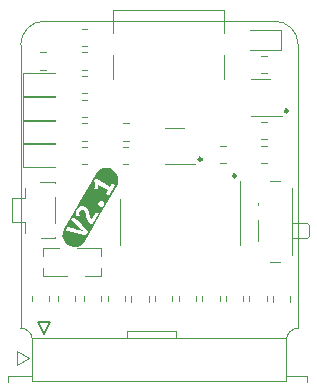
<source format=gbr>
G04 #@! TF.GenerationSoftware,KiCad,Pcbnew,6.0.10+dfsg-1~bpo11+1*
G04 #@! TF.ProjectId,project,70726f6a-6563-4742-9e6b-696361645f70,rev?*
G04 #@! TF.SameCoordinates,Original*
G04 #@! TF.FileFunction,Legend,Top*
G04 #@! TF.FilePolarity,Positive*
%FSLAX46Y46*%
G04 Gerber Fmt 4.6, Leading zero omitted, Abs format (unit mm)*
%MOMM*%
%LPD*%
G01*
G04 APERTURE LIST*
%ADD10C,0.200000*%
%ADD11C,0.275000*%
G04 #@! TA.AperFunction,Profile*
%ADD12C,0.100000*%
G04 #@! TD*
%ADD13C,0.120000*%
%ADD14C,0.150000*%
%ADD15R,0.600000X0.450000*%
%ADD16C,0.900000*%
%ADD17R,1.500000X0.700000*%
%ADD18R,0.800000X1.000000*%
%ADD19C,0.650000*%
%ADD20R,0.600000X1.450000*%
%ADD21R,0.300000X1.450000*%
%ADD22O,1.000000X2.100000*%
%ADD23O,1.000000X1.600000*%
%ADD24C,0.600000*%
%ADD25R,0.700000X0.450000*%
G04 APERTURE END LIST*
D10*
X102500000Y-121475000D02*
X102000000Y-122475000D01*
D11*
X115337500Y-107700000D02*
G75*
G03*
X115337500Y-107700000I-137500J0D01*
G01*
D10*
X101500000Y-121475000D02*
X102500000Y-121475000D01*
D11*
X122637500Y-103600000D02*
G75*
G03*
X122637500Y-103600000I-137500J0D01*
G01*
D10*
X102000000Y-122475000D02*
X101500000Y-121475000D01*
D11*
X118237500Y-109100000D02*
G75*
G03*
X118237500Y-109100000I-137500J0D01*
G01*
D12*
X122500000Y-126475000D02*
X101000000Y-126475000D01*
X123500000Y-98000000D02*
X123500000Y-122000000D01*
X100000000Y-98000000D02*
X100000000Y-122000000D01*
X101000000Y-126475000D02*
X101000000Y-123000000D01*
X123500000Y-98000000D02*
G75*
G03*
X121500000Y-96000000I-2000000J0D01*
G01*
X123500000Y-122000000D02*
G75*
G03*
X122500000Y-123000000I0J-1000000D01*
G01*
X122500000Y-126475000D02*
X122500000Y-123000000D01*
X102000000Y-96000000D02*
X121500000Y-96000000D01*
X101000000Y-123000000D02*
G75*
G03*
X100000000Y-122000000I-1000000J0D01*
G01*
X102000000Y-96000000D02*
G75*
G03*
X100000000Y-98000000I0J-2000000D01*
G01*
D13*
X112835000Y-119727064D02*
X112835000Y-119272936D01*
X111365000Y-119727064D02*
X111365000Y-119272936D01*
X109127064Y-108110000D02*
X108672936Y-108110000D01*
X109127064Y-106640000D02*
X108672936Y-106640000D01*
X109365000Y-119238748D02*
X109365000Y-119761252D01*
X110835000Y-119238748D02*
X110835000Y-119761252D01*
X104635000Y-119272936D02*
X104635000Y-119727064D01*
X103165000Y-119272936D02*
X103165000Y-119727064D01*
X102161252Y-98640000D02*
X101638748Y-98640000D01*
X102161252Y-100110000D02*
X101638748Y-100110000D01*
X100215000Y-100415000D02*
X100215000Y-102335000D01*
X102900000Y-100415000D02*
X100215000Y-100415000D01*
X100215000Y-102335000D02*
X102900000Y-102335000D01*
X102900000Y-102415000D02*
X100215000Y-102415000D01*
X100215000Y-104335000D02*
X102900000Y-104335000D01*
X100215000Y-102415000D02*
X100215000Y-104335000D01*
X120338748Y-106540000D02*
X120861252Y-106540000D01*
X120338748Y-108010000D02*
X120861252Y-108010000D01*
X118835000Y-119727064D02*
X118835000Y-119272936D01*
X117365000Y-119727064D02*
X117365000Y-119272936D01*
X118560000Y-112975000D02*
X118560000Y-109525000D01*
X118560000Y-112975000D02*
X118560000Y-114925000D01*
X108440000Y-112975000D02*
X108440000Y-114925000D01*
X108440000Y-112975000D02*
X108440000Y-111025000D01*
X116838748Y-108010000D02*
X117361252Y-108010000D01*
X116838748Y-106540000D02*
X117361252Y-106540000D01*
X105172936Y-98640000D02*
X105627064Y-98640000D01*
X105172936Y-100110000D02*
X105627064Y-100110000D01*
X122000000Y-96725000D02*
X119450000Y-96725000D01*
X122000000Y-98425000D02*
X122000000Y-96725000D01*
X122000000Y-98425000D02*
X119450000Y-98425000D01*
X105172936Y-104110000D02*
X105627064Y-104110000D01*
X105172936Y-102640000D02*
X105627064Y-102640000D01*
X105172936Y-96640000D02*
X105627064Y-96640000D01*
X105172936Y-98110000D02*
X105627064Y-98110000D01*
X120300000Y-100915000D02*
X119500000Y-100915000D01*
X120300000Y-100915000D02*
X121100000Y-100915000D01*
X120300000Y-104035000D02*
X122100000Y-104035000D01*
X120300000Y-104035000D02*
X119500000Y-104035000D01*
X105172936Y-106640000D02*
X105627064Y-106640000D01*
X105172936Y-108110000D02*
X105627064Y-108110000D01*
X113000000Y-108135000D02*
X112200000Y-108135000D01*
X113000000Y-105015000D02*
X112200000Y-105015000D01*
X113000000Y-105015000D02*
X113800000Y-105015000D01*
X113000000Y-108135000D02*
X114800000Y-108135000D01*
X124222000Y-114375000D02*
X124432000Y-114175000D01*
X121922000Y-109525000D02*
X121132000Y-109525000D01*
X124222000Y-113075000D02*
X124432000Y-113275000D01*
X120082000Y-114575000D02*
X120082000Y-112875000D01*
X122932000Y-114375000D02*
X124222000Y-114375000D01*
X124432000Y-114175000D02*
X124432000Y-113275000D01*
X122932000Y-115825000D02*
X122932000Y-110125000D01*
X121132000Y-116425000D02*
X121922000Y-116425000D01*
X120082000Y-111575000D02*
X120082000Y-111375000D01*
X124222000Y-113075000D02*
X122932000Y-113075000D01*
X100215000Y-106415000D02*
X100215000Y-108335000D01*
X102900000Y-106415000D02*
X100215000Y-106415000D01*
X100215000Y-108335000D02*
X102900000Y-108335000D01*
X109161252Y-106110000D02*
X108638748Y-106110000D01*
X109161252Y-104640000D02*
X108638748Y-104640000D01*
X102900000Y-104415000D02*
X100215000Y-104415000D01*
X100215000Y-106335000D02*
X102900000Y-106335000D01*
X100215000Y-104415000D02*
X100215000Y-106335000D01*
X105172936Y-100640000D02*
X105627064Y-100640000D01*
X105172936Y-102110000D02*
X105627064Y-102110000D01*
X117200000Y-96975000D02*
X117200000Y-95075000D01*
X117200000Y-95075000D02*
X107800000Y-95075000D01*
X117200000Y-100875000D02*
X117200000Y-98875000D01*
X107800000Y-96975000D02*
X107800000Y-95075000D01*
X107800000Y-100875000D02*
X107800000Y-98875000D01*
X102435000Y-119272936D02*
X102435000Y-119727064D01*
X100965000Y-119272936D02*
X100965000Y-119727064D01*
X122835000Y-119761252D02*
X122835000Y-119238748D01*
X121365000Y-119761252D02*
X121365000Y-119238748D01*
X99305500Y-113000000D02*
X99305500Y-111000000D01*
X99305500Y-111000000D02*
X100405500Y-111000000D01*
X100405500Y-111000000D02*
X100405500Y-110100000D01*
X102905500Y-114400000D02*
X102905500Y-114300000D01*
X100405500Y-113000000D02*
X99305500Y-113000000D01*
X100405500Y-113900000D02*
X100405500Y-113000000D01*
X102905500Y-109600000D02*
X102905500Y-109700000D01*
X102905500Y-113100000D02*
X102905500Y-110900000D01*
X102905500Y-114400000D02*
X101705500Y-114400000D01*
X102905500Y-109600000D02*
X101605500Y-109600000D01*
X105172936Y-104640000D02*
X105627064Y-104640000D01*
X105172936Y-106110000D02*
X105627064Y-106110000D01*
X107365000Y-119727064D02*
X107365000Y-119272936D01*
X108835000Y-119727064D02*
X108835000Y-119272936D01*
X119365000Y-119272936D02*
X119365000Y-119727064D01*
X120835000Y-119272936D02*
X120835000Y-119727064D01*
G36*
X105663705Y-114204897D02*
G01*
X105423397Y-114621123D01*
X105423281Y-114621323D01*
X105307919Y-114782312D01*
X105163365Y-114917702D01*
X104995176Y-115022288D01*
X104809814Y-115092053D01*
X104614404Y-115124315D01*
X104416454Y-115117835D01*
X104223572Y-115072862D01*
X104043170Y-114991123D01*
X103882182Y-114875760D01*
X103746793Y-114731206D01*
X103642206Y-114563016D01*
X103572441Y-114377655D01*
X103540178Y-114182245D01*
X103546658Y-113984296D01*
X103591632Y-113791413D01*
X103638427Y-113688136D01*
X103807416Y-113688136D01*
X103958123Y-113738254D01*
X104149457Y-113795791D01*
X104293868Y-113836751D01*
X104444901Y-113877970D01*
X104602556Y-113919449D01*
X104764119Y-113960331D01*
X104926876Y-113999765D01*
X105090826Y-114037748D01*
X105325778Y-114089191D01*
X105536993Y-114131740D01*
X105713404Y-113826187D01*
X105611769Y-113706201D01*
X105506575Y-113585587D01*
X105397822Y-113464343D01*
X105287399Y-113344452D01*
X105177191Y-113227893D01*
X105067198Y-113114666D01*
X104905143Y-112952936D01*
X104748638Y-112802429D01*
X104601419Y-112665705D01*
X104467221Y-112545320D01*
X104288032Y-112855684D01*
X104400639Y-112949569D01*
X104529714Y-113059378D01*
X104668436Y-113179567D01*
X104809979Y-113304594D01*
X104951034Y-113432547D01*
X105088295Y-113561518D01*
X105214937Y-113685960D01*
X105324135Y-113800333D01*
X105168508Y-113762209D01*
X104996294Y-113715310D01*
X104815278Y-113662127D01*
X104633245Y-113605149D01*
X104453978Y-113546158D01*
X104281259Y-113486939D01*
X104123221Y-113429378D01*
X103987995Y-113375364D01*
X103807416Y-113688136D01*
X103638427Y-113688136D01*
X103673372Y-113611012D01*
X103673487Y-113610812D01*
X104399688Y-112352994D01*
X104679309Y-112352994D01*
X104707223Y-112507450D01*
X104998865Y-112480149D01*
X104973298Y-112263289D01*
X105024348Y-112097080D01*
X105154235Y-111986013D01*
X105326930Y-112011936D01*
X105428747Y-112130066D01*
X105493380Y-112318154D01*
X105521273Y-112428891D01*
X105549395Y-112546176D01*
X105582027Y-112666066D01*
X105623453Y-112784616D01*
X105676657Y-112898739D01*
X105744627Y-113005347D01*
X105831214Y-113099848D01*
X105940274Y-113177650D01*
X105990104Y-113208024D01*
X106053725Y-113236735D01*
X106614906Y-112264741D01*
X106369501Y-112123056D01*
X106000011Y-112763033D01*
X105935200Y-112691932D01*
X105885211Y-112581269D01*
X105847859Y-112457051D01*
X105820963Y-112345285D01*
X105771508Y-112153130D01*
X105704096Y-111969853D01*
X105610205Y-111812993D01*
X105478910Y-111698694D01*
X105270225Y-111629536D01*
X105076966Y-111655898D01*
X104911449Y-111759227D01*
X104783582Y-111919580D01*
X104723207Y-112051933D01*
X104686543Y-112198781D01*
X104679309Y-112352994D01*
X104399688Y-112352994D01*
X104933970Y-111427590D01*
X106581763Y-111427590D01*
X106583075Y-111519774D01*
X106621456Y-111606091D01*
X106701261Y-111676225D01*
X106804307Y-111711660D01*
X106899454Y-111702435D01*
X106981146Y-111658174D01*
X107042810Y-111584707D01*
X107073595Y-111403591D01*
X106949903Y-111245565D01*
X106756013Y-111220235D01*
X106614555Y-111337454D01*
X106581763Y-111427590D01*
X104933970Y-111427590D01*
X106044424Y-109504228D01*
X106222996Y-109504228D01*
X106257097Y-109661857D01*
X106270091Y-109839377D01*
X106266887Y-110017170D01*
X106249992Y-110174227D01*
X106550959Y-110219674D01*
X106576747Y-110038880D01*
X106580237Y-109835590D01*
X107412687Y-110316205D01*
X107232109Y-110628975D01*
X107477514Y-110770660D01*
X107999801Y-109866031D01*
X107754397Y-109724347D01*
X107583542Y-110020276D01*
X106339677Y-109302131D01*
X106222996Y-109504228D01*
X106044424Y-109504228D01*
X106376603Y-108928877D01*
X106376719Y-108928677D01*
X106492081Y-108767688D01*
X106636635Y-108632298D01*
X106804824Y-108527712D01*
X106990186Y-108457947D01*
X107185596Y-108425685D01*
X107383546Y-108432165D01*
X107576428Y-108477138D01*
X107756830Y-108558877D01*
X107917818Y-108674240D01*
X108053207Y-108818794D01*
X108157794Y-108986984D01*
X108227559Y-109172345D01*
X108259822Y-109367755D01*
X108253342Y-109565704D01*
X108208368Y-109758587D01*
X108126628Y-109938988D01*
X108126513Y-109939188D01*
X107143056Y-111642585D01*
X106741617Y-112337898D01*
X105663705Y-114204897D01*
G37*
X106835000Y-119727064D02*
X106835000Y-119272936D01*
X105365000Y-119727064D02*
X105365000Y-119272936D01*
X116835000Y-119727064D02*
X116835000Y-119272936D01*
X115365000Y-119727064D02*
X115365000Y-119272936D01*
X101870000Y-117560000D02*
X103900000Y-117560000D01*
X103280000Y-115240000D02*
X101870000Y-115240000D01*
X101870000Y-117560000D02*
X101870000Y-116900000D01*
X101870000Y-115900000D02*
X101870000Y-115240000D01*
X105420000Y-117560000D02*
X106830000Y-117560000D01*
X106830000Y-115240000D02*
X104800000Y-115240000D01*
X106830000Y-115240000D02*
X106830000Y-115900000D01*
X106830000Y-116900000D02*
X106830000Y-117560000D01*
X120861252Y-100410000D02*
X120338748Y-100410000D01*
X120861252Y-98940000D02*
X120338748Y-98940000D01*
X120338748Y-104540000D02*
X120861252Y-104540000D01*
X120338748Y-106010000D02*
X120861252Y-106010000D01*
X124200000Y-126050000D02*
X122450000Y-126050000D01*
X99700000Y-125150000D02*
X99700000Y-123950000D01*
X113140000Y-122250000D02*
X113140000Y-122850000D01*
X99700000Y-123950000D02*
X100700000Y-124550000D01*
X124200000Y-126050000D02*
X124200000Y-126550000D01*
X109000000Y-122250000D02*
X113140000Y-122250000D01*
X100950000Y-122800000D02*
X100950000Y-126050000D01*
X100700000Y-124550000D02*
X99700000Y-125150000D01*
X100950000Y-122800000D02*
X122450000Y-122800000D01*
X98950000Y-126050000D02*
X100950000Y-126050000D01*
X109000000Y-122850000D02*
X109000000Y-122250000D01*
X122450000Y-122800000D02*
X122450000Y-126050000D01*
X98950000Y-126050000D02*
X98950000Y-126550000D01*
X114835000Y-119727064D02*
X114835000Y-119272936D01*
X113365000Y-119727064D02*
X113365000Y-119272936D01*
%LPC*%
D14*
X107500000Y-97375000D02*
X117500000Y-97375000D01*
X117500000Y-97375000D02*
X117500000Y-98475000D01*
X117500000Y-98475000D02*
X107500000Y-98475000D01*
X107500000Y-98475000D02*
X107500000Y-97375000D01*
G36*
X107500000Y-97375000D02*
G01*
X117500000Y-97375000D01*
X117500000Y-98475000D01*
X107500000Y-98475000D01*
X107500000Y-97375000D01*
G37*
G36*
G01*
X112550000Y-120925000D02*
X111650000Y-120925000D01*
G75*
G02*
X111400000Y-120675000I0J250000D01*
G01*
X111400000Y-120150000D01*
G75*
G02*
X111650000Y-119900000I250000J0D01*
G01*
X112550000Y-119900000D01*
G75*
G02*
X112800000Y-120150000I0J-250000D01*
G01*
X112800000Y-120675000D01*
G75*
G02*
X112550000Y-120925000I-250000J0D01*
G01*
G37*
G36*
G01*
X112550000Y-119100000D02*
X111650000Y-119100000D01*
G75*
G02*
X111400000Y-118850000I0J250000D01*
G01*
X111400000Y-118325000D01*
G75*
G02*
X111650000Y-118075000I250000J0D01*
G01*
X112550000Y-118075000D01*
G75*
G02*
X112800000Y-118325000I0J-250000D01*
G01*
X112800000Y-118850000D01*
G75*
G02*
X112550000Y-119100000I-250000J0D01*
G01*
G37*
G36*
G01*
X110325000Y-106925000D02*
X110325000Y-107825000D01*
G75*
G02*
X110075000Y-108075000I-250000J0D01*
G01*
X109550000Y-108075000D01*
G75*
G02*
X109300000Y-107825000I0J250000D01*
G01*
X109300000Y-106925000D01*
G75*
G02*
X109550000Y-106675000I250000J0D01*
G01*
X110075000Y-106675000D01*
G75*
G02*
X110325000Y-106925000I0J-250000D01*
G01*
G37*
G36*
G01*
X108500000Y-106925000D02*
X108500000Y-107825000D01*
G75*
G02*
X108250000Y-108075000I-250000J0D01*
G01*
X107725000Y-108075000D01*
G75*
G02*
X107475000Y-107825000I0J250000D01*
G01*
X107475000Y-106925000D01*
G75*
G02*
X107725000Y-106675000I250000J0D01*
G01*
X108250000Y-106675000D01*
G75*
G02*
X108500000Y-106925000I0J-250000D01*
G01*
G37*
G36*
G01*
X109625000Y-118050000D02*
X110575000Y-118050000D01*
G75*
G02*
X110825000Y-118300000I0J-250000D01*
G01*
X110825000Y-118800000D01*
G75*
G02*
X110575000Y-119050000I-250000J0D01*
G01*
X109625000Y-119050000D01*
G75*
G02*
X109375000Y-118800000I0J250000D01*
G01*
X109375000Y-118300000D01*
G75*
G02*
X109625000Y-118050000I250000J0D01*
G01*
G37*
G36*
G01*
X109625000Y-119950000D02*
X110575000Y-119950000D01*
G75*
G02*
X110825000Y-120200000I0J-250000D01*
G01*
X110825000Y-120700000D01*
G75*
G02*
X110575000Y-120950000I-250000J0D01*
G01*
X109625000Y-120950000D01*
G75*
G02*
X109375000Y-120700000I0J250000D01*
G01*
X109375000Y-120200000D01*
G75*
G02*
X109625000Y-119950000I250000J0D01*
G01*
G37*
G36*
G01*
X103450000Y-118075000D02*
X104350000Y-118075000D01*
G75*
G02*
X104600000Y-118325000I0J-250000D01*
G01*
X104600000Y-118850000D01*
G75*
G02*
X104350000Y-119100000I-250000J0D01*
G01*
X103450000Y-119100000D01*
G75*
G02*
X103200000Y-118850000I0J250000D01*
G01*
X103200000Y-118325000D01*
G75*
G02*
X103450000Y-118075000I250000J0D01*
G01*
G37*
G36*
G01*
X103450000Y-119900000D02*
X104350000Y-119900000D01*
G75*
G02*
X104600000Y-120150000I0J-250000D01*
G01*
X104600000Y-120675000D01*
G75*
G02*
X104350000Y-120925000I-250000J0D01*
G01*
X103450000Y-120925000D01*
G75*
G02*
X103200000Y-120675000I0J250000D01*
G01*
X103200000Y-120150000D01*
G75*
G02*
X103450000Y-119900000I250000J0D01*
G01*
G37*
G36*
G01*
X103350000Y-98900000D02*
X103350000Y-99850000D01*
G75*
G02*
X103100000Y-100100000I-250000J0D01*
G01*
X102600000Y-100100000D01*
G75*
G02*
X102350000Y-99850000I0J250000D01*
G01*
X102350000Y-98900000D01*
G75*
G02*
X102600000Y-98650000I250000J0D01*
G01*
X103100000Y-98650000D01*
G75*
G02*
X103350000Y-98900000I0J-250000D01*
G01*
G37*
G36*
G01*
X101450000Y-98900000D02*
X101450000Y-99850000D01*
G75*
G02*
X101200000Y-100100000I-250000J0D01*
G01*
X100700000Y-100100000D01*
G75*
G02*
X100450000Y-99850000I0J250000D01*
G01*
X100450000Y-98900000D01*
G75*
G02*
X100700000Y-98650000I250000J0D01*
G01*
X101200000Y-98650000D01*
G75*
G02*
X101450000Y-98900000I0J-250000D01*
G01*
G37*
G36*
G01*
X100475000Y-101831250D02*
X100475000Y-100918750D01*
G75*
G02*
X100718750Y-100675000I243750J0D01*
G01*
X101206250Y-100675000D01*
G75*
G02*
X101450000Y-100918750I0J-243750D01*
G01*
X101450000Y-101831250D01*
G75*
G02*
X101206250Y-102075000I-243750J0D01*
G01*
X100718750Y-102075000D01*
G75*
G02*
X100475000Y-101831250I0J243750D01*
G01*
G37*
G36*
G01*
X102350000Y-101831250D02*
X102350000Y-100918750D01*
G75*
G02*
X102593750Y-100675000I243750J0D01*
G01*
X103081250Y-100675000D01*
G75*
G02*
X103325000Y-100918750I0J-243750D01*
G01*
X103325000Y-101831250D01*
G75*
G02*
X103081250Y-102075000I-243750J0D01*
G01*
X102593750Y-102075000D01*
G75*
G02*
X102350000Y-101831250I0J243750D01*
G01*
G37*
G36*
G01*
X100475000Y-103831250D02*
X100475000Y-102918750D01*
G75*
G02*
X100718750Y-102675000I243750J0D01*
G01*
X101206250Y-102675000D01*
G75*
G02*
X101450000Y-102918750I0J-243750D01*
G01*
X101450000Y-103831250D01*
G75*
G02*
X101206250Y-104075000I-243750J0D01*
G01*
X100718750Y-104075000D01*
G75*
G02*
X100475000Y-103831250I0J243750D01*
G01*
G37*
G36*
G01*
X102350000Y-103831250D02*
X102350000Y-102918750D01*
G75*
G02*
X102593750Y-102675000I243750J0D01*
G01*
X103081250Y-102675000D01*
G75*
G02*
X103325000Y-102918750I0J-243750D01*
G01*
X103325000Y-103831250D01*
G75*
G02*
X103081250Y-104075000I-243750J0D01*
G01*
X102593750Y-104075000D01*
G75*
G02*
X102350000Y-103831250I0J243750D01*
G01*
G37*
G36*
G01*
X119150000Y-107750000D02*
X119150000Y-106800000D01*
G75*
G02*
X119400000Y-106550000I250000J0D01*
G01*
X119900000Y-106550000D01*
G75*
G02*
X120150000Y-106800000I0J-250000D01*
G01*
X120150000Y-107750000D01*
G75*
G02*
X119900000Y-108000000I-250000J0D01*
G01*
X119400000Y-108000000D01*
G75*
G02*
X119150000Y-107750000I0J250000D01*
G01*
G37*
G36*
G01*
X121050000Y-107750000D02*
X121050000Y-106800000D01*
G75*
G02*
X121300000Y-106550000I250000J0D01*
G01*
X121800000Y-106550000D01*
G75*
G02*
X122050000Y-106800000I0J-250000D01*
G01*
X122050000Y-107750000D01*
G75*
G02*
X121800000Y-108000000I-250000J0D01*
G01*
X121300000Y-108000000D01*
G75*
G02*
X121050000Y-107750000I0J250000D01*
G01*
G37*
G36*
G01*
X118550000Y-120925000D02*
X117650000Y-120925000D01*
G75*
G02*
X117400000Y-120675000I0J250000D01*
G01*
X117400000Y-120150000D01*
G75*
G02*
X117650000Y-119900000I250000J0D01*
G01*
X118550000Y-119900000D01*
G75*
G02*
X118800000Y-120150000I0J-250000D01*
G01*
X118800000Y-120675000D01*
G75*
G02*
X118550000Y-120925000I-250000J0D01*
G01*
G37*
G36*
G01*
X118550000Y-119100000D02*
X117650000Y-119100000D01*
G75*
G02*
X117400000Y-118850000I0J250000D01*
G01*
X117400000Y-118325000D01*
G75*
G02*
X117650000Y-118075000I250000J0D01*
G01*
X118550000Y-118075000D01*
G75*
G02*
X118800000Y-118325000I0J-250000D01*
G01*
X118800000Y-118850000D01*
G75*
G02*
X118550000Y-119100000I-250000J0D01*
G01*
G37*
G36*
G01*
X117795000Y-109525000D02*
X118095000Y-109525000D01*
G75*
G02*
X118245000Y-109675000I0J-150000D01*
G01*
X118245000Y-111325000D01*
G75*
G02*
X118095000Y-111475000I-150000J0D01*
G01*
X117795000Y-111475000D01*
G75*
G02*
X117645000Y-111325000I0J150000D01*
G01*
X117645000Y-109675000D01*
G75*
G02*
X117795000Y-109525000I150000J0D01*
G01*
G37*
G36*
G01*
X116525000Y-109525000D02*
X116825000Y-109525000D01*
G75*
G02*
X116975000Y-109675000I0J-150000D01*
G01*
X116975000Y-111325000D01*
G75*
G02*
X116825000Y-111475000I-150000J0D01*
G01*
X116525000Y-111475000D01*
G75*
G02*
X116375000Y-111325000I0J150000D01*
G01*
X116375000Y-109675000D01*
G75*
G02*
X116525000Y-109525000I150000J0D01*
G01*
G37*
G36*
G01*
X115255000Y-109525000D02*
X115555000Y-109525000D01*
G75*
G02*
X115705000Y-109675000I0J-150000D01*
G01*
X115705000Y-111325000D01*
G75*
G02*
X115555000Y-111475000I-150000J0D01*
G01*
X115255000Y-111475000D01*
G75*
G02*
X115105000Y-111325000I0J150000D01*
G01*
X115105000Y-109675000D01*
G75*
G02*
X115255000Y-109525000I150000J0D01*
G01*
G37*
G36*
G01*
X113985000Y-109525000D02*
X114285000Y-109525000D01*
G75*
G02*
X114435000Y-109675000I0J-150000D01*
G01*
X114435000Y-111325000D01*
G75*
G02*
X114285000Y-111475000I-150000J0D01*
G01*
X113985000Y-111475000D01*
G75*
G02*
X113835000Y-111325000I0J150000D01*
G01*
X113835000Y-109675000D01*
G75*
G02*
X113985000Y-109525000I150000J0D01*
G01*
G37*
G36*
G01*
X112715000Y-109525000D02*
X113015000Y-109525000D01*
G75*
G02*
X113165000Y-109675000I0J-150000D01*
G01*
X113165000Y-111325000D01*
G75*
G02*
X113015000Y-111475000I-150000J0D01*
G01*
X112715000Y-111475000D01*
G75*
G02*
X112565000Y-111325000I0J150000D01*
G01*
X112565000Y-109675000D01*
G75*
G02*
X112715000Y-109525000I150000J0D01*
G01*
G37*
G36*
G01*
X111445000Y-109525000D02*
X111745000Y-109525000D01*
G75*
G02*
X111895000Y-109675000I0J-150000D01*
G01*
X111895000Y-111325000D01*
G75*
G02*
X111745000Y-111475000I-150000J0D01*
G01*
X111445000Y-111475000D01*
G75*
G02*
X111295000Y-111325000I0J150000D01*
G01*
X111295000Y-109675000D01*
G75*
G02*
X111445000Y-109525000I150000J0D01*
G01*
G37*
G36*
G01*
X110175000Y-109525000D02*
X110475000Y-109525000D01*
G75*
G02*
X110625000Y-109675000I0J-150000D01*
G01*
X110625000Y-111325000D01*
G75*
G02*
X110475000Y-111475000I-150000J0D01*
G01*
X110175000Y-111475000D01*
G75*
G02*
X110025000Y-111325000I0J150000D01*
G01*
X110025000Y-109675000D01*
G75*
G02*
X110175000Y-109525000I150000J0D01*
G01*
G37*
G36*
G01*
X108905000Y-109525000D02*
X109205000Y-109525000D01*
G75*
G02*
X109355000Y-109675000I0J-150000D01*
G01*
X109355000Y-111325000D01*
G75*
G02*
X109205000Y-111475000I-150000J0D01*
G01*
X108905000Y-111475000D01*
G75*
G02*
X108755000Y-111325000I0J150000D01*
G01*
X108755000Y-109675000D01*
G75*
G02*
X108905000Y-109525000I150000J0D01*
G01*
G37*
G36*
G01*
X108905000Y-114475000D02*
X109205000Y-114475000D01*
G75*
G02*
X109355000Y-114625000I0J-150000D01*
G01*
X109355000Y-116275000D01*
G75*
G02*
X109205000Y-116425000I-150000J0D01*
G01*
X108905000Y-116425000D01*
G75*
G02*
X108755000Y-116275000I0J150000D01*
G01*
X108755000Y-114625000D01*
G75*
G02*
X108905000Y-114475000I150000J0D01*
G01*
G37*
G36*
G01*
X110175000Y-114475000D02*
X110475000Y-114475000D01*
G75*
G02*
X110625000Y-114625000I0J-150000D01*
G01*
X110625000Y-116275000D01*
G75*
G02*
X110475000Y-116425000I-150000J0D01*
G01*
X110175000Y-116425000D01*
G75*
G02*
X110025000Y-116275000I0J150000D01*
G01*
X110025000Y-114625000D01*
G75*
G02*
X110175000Y-114475000I150000J0D01*
G01*
G37*
G36*
G01*
X111445000Y-114475000D02*
X111745000Y-114475000D01*
G75*
G02*
X111895000Y-114625000I0J-150000D01*
G01*
X111895000Y-116275000D01*
G75*
G02*
X111745000Y-116425000I-150000J0D01*
G01*
X111445000Y-116425000D01*
G75*
G02*
X111295000Y-116275000I0J150000D01*
G01*
X111295000Y-114625000D01*
G75*
G02*
X111445000Y-114475000I150000J0D01*
G01*
G37*
G36*
G01*
X112715000Y-114475000D02*
X113015000Y-114475000D01*
G75*
G02*
X113165000Y-114625000I0J-150000D01*
G01*
X113165000Y-116275000D01*
G75*
G02*
X113015000Y-116425000I-150000J0D01*
G01*
X112715000Y-116425000D01*
G75*
G02*
X112565000Y-116275000I0J150000D01*
G01*
X112565000Y-114625000D01*
G75*
G02*
X112715000Y-114475000I150000J0D01*
G01*
G37*
G36*
G01*
X113985000Y-114475000D02*
X114285000Y-114475000D01*
G75*
G02*
X114435000Y-114625000I0J-150000D01*
G01*
X114435000Y-116275000D01*
G75*
G02*
X114285000Y-116425000I-150000J0D01*
G01*
X113985000Y-116425000D01*
G75*
G02*
X113835000Y-116275000I0J150000D01*
G01*
X113835000Y-114625000D01*
G75*
G02*
X113985000Y-114475000I150000J0D01*
G01*
G37*
G36*
G01*
X115255000Y-114475000D02*
X115555000Y-114475000D01*
G75*
G02*
X115705000Y-114625000I0J-150000D01*
G01*
X115705000Y-116275000D01*
G75*
G02*
X115555000Y-116425000I-150000J0D01*
G01*
X115255000Y-116425000D01*
G75*
G02*
X115105000Y-116275000I0J150000D01*
G01*
X115105000Y-114625000D01*
G75*
G02*
X115255000Y-114475000I150000J0D01*
G01*
G37*
G36*
G01*
X116525000Y-114475000D02*
X116825000Y-114475000D01*
G75*
G02*
X116975000Y-114625000I0J-150000D01*
G01*
X116975000Y-116275000D01*
G75*
G02*
X116825000Y-116425000I-150000J0D01*
G01*
X116525000Y-116425000D01*
G75*
G02*
X116375000Y-116275000I0J150000D01*
G01*
X116375000Y-114625000D01*
G75*
G02*
X116525000Y-114475000I150000J0D01*
G01*
G37*
G36*
G01*
X117795000Y-114475000D02*
X118095000Y-114475000D01*
G75*
G02*
X118245000Y-114625000I0J-150000D01*
G01*
X118245000Y-116275000D01*
G75*
G02*
X118095000Y-116425000I-150000J0D01*
G01*
X117795000Y-116425000D01*
G75*
G02*
X117645000Y-116275000I0J150000D01*
G01*
X117645000Y-114625000D01*
G75*
G02*
X117795000Y-114475000I150000J0D01*
G01*
G37*
G36*
G01*
X115650000Y-107750000D02*
X115650000Y-106800000D01*
G75*
G02*
X115900000Y-106550000I250000J0D01*
G01*
X116400000Y-106550000D01*
G75*
G02*
X116650000Y-106800000I0J-250000D01*
G01*
X116650000Y-107750000D01*
G75*
G02*
X116400000Y-108000000I-250000J0D01*
G01*
X115900000Y-108000000D01*
G75*
G02*
X115650000Y-107750000I0J250000D01*
G01*
G37*
G36*
G01*
X117550000Y-107750000D02*
X117550000Y-106800000D01*
G75*
G02*
X117800000Y-106550000I250000J0D01*
G01*
X118300000Y-106550000D01*
G75*
G02*
X118550000Y-106800000I0J-250000D01*
G01*
X118550000Y-107750000D01*
G75*
G02*
X118300000Y-108000000I-250000J0D01*
G01*
X117800000Y-108000000D01*
G75*
G02*
X117550000Y-107750000I0J250000D01*
G01*
G37*
G36*
G01*
X103975000Y-99825000D02*
X103975000Y-98925000D01*
G75*
G02*
X104225000Y-98675000I250000J0D01*
G01*
X104750000Y-98675000D01*
G75*
G02*
X105000000Y-98925000I0J-250000D01*
G01*
X105000000Y-99825000D01*
G75*
G02*
X104750000Y-100075000I-250000J0D01*
G01*
X104225000Y-100075000D01*
G75*
G02*
X103975000Y-99825000I0J250000D01*
G01*
G37*
G36*
G01*
X105800000Y-99825000D02*
X105800000Y-98925000D01*
G75*
G02*
X106050000Y-98675000I250000J0D01*
G01*
X106575000Y-98675000D01*
G75*
G02*
X106825000Y-98925000I0J-250000D01*
G01*
X106825000Y-99825000D01*
G75*
G02*
X106575000Y-100075000I-250000J0D01*
G01*
X106050000Y-100075000D01*
G75*
G02*
X105800000Y-99825000I0J250000D01*
G01*
G37*
D15*
X121550000Y-97575000D03*
X119450000Y-97575000D03*
G36*
G01*
X103975000Y-103825000D02*
X103975000Y-102925000D01*
G75*
G02*
X104225000Y-102675000I250000J0D01*
G01*
X104750000Y-102675000D01*
G75*
G02*
X105000000Y-102925000I0J-250000D01*
G01*
X105000000Y-103825000D01*
G75*
G02*
X104750000Y-104075000I-250000J0D01*
G01*
X104225000Y-104075000D01*
G75*
G02*
X103975000Y-103825000I0J250000D01*
G01*
G37*
G36*
G01*
X105800000Y-103825000D02*
X105800000Y-102925000D01*
G75*
G02*
X106050000Y-102675000I250000J0D01*
G01*
X106575000Y-102675000D01*
G75*
G02*
X106825000Y-102925000I0J-250000D01*
G01*
X106825000Y-103825000D01*
G75*
G02*
X106575000Y-104075000I-250000J0D01*
G01*
X106050000Y-104075000D01*
G75*
G02*
X105800000Y-103825000I0J250000D01*
G01*
G37*
G36*
G01*
X103975000Y-97825000D02*
X103975000Y-96925000D01*
G75*
G02*
X104225000Y-96675000I250000J0D01*
G01*
X104750000Y-96675000D01*
G75*
G02*
X105000000Y-96925000I0J-250000D01*
G01*
X105000000Y-97825000D01*
G75*
G02*
X104750000Y-98075000I-250000J0D01*
G01*
X104225000Y-98075000D01*
G75*
G02*
X103975000Y-97825000I0J250000D01*
G01*
G37*
G36*
G01*
X105800000Y-97825000D02*
X105800000Y-96925000D01*
G75*
G02*
X106050000Y-96675000I250000J0D01*
G01*
X106575000Y-96675000D01*
G75*
G02*
X106825000Y-96925000I0J-250000D01*
G01*
X106825000Y-97825000D01*
G75*
G02*
X106575000Y-98075000I-250000J0D01*
G01*
X106050000Y-98075000D01*
G75*
G02*
X105800000Y-97825000I0J250000D01*
G01*
G37*
G36*
G01*
X122100000Y-103275000D02*
X122100000Y-103575000D01*
G75*
G02*
X121950000Y-103725000I-150000J0D01*
G01*
X120925000Y-103725000D01*
G75*
G02*
X120775000Y-103575000I0J150000D01*
G01*
X120775000Y-103275000D01*
G75*
G02*
X120925000Y-103125000I150000J0D01*
G01*
X121950000Y-103125000D01*
G75*
G02*
X122100000Y-103275000I0J-150000D01*
G01*
G37*
G36*
G01*
X122100000Y-102325000D02*
X122100000Y-102625000D01*
G75*
G02*
X121950000Y-102775000I-150000J0D01*
G01*
X120925000Y-102775000D01*
G75*
G02*
X120775000Y-102625000I0J150000D01*
G01*
X120775000Y-102325000D01*
G75*
G02*
X120925000Y-102175000I150000J0D01*
G01*
X121950000Y-102175000D01*
G75*
G02*
X122100000Y-102325000I0J-150000D01*
G01*
G37*
G36*
G01*
X122100000Y-101375000D02*
X122100000Y-101675000D01*
G75*
G02*
X121950000Y-101825000I-150000J0D01*
G01*
X120925000Y-101825000D01*
G75*
G02*
X120775000Y-101675000I0J150000D01*
G01*
X120775000Y-101375000D01*
G75*
G02*
X120925000Y-101225000I150000J0D01*
G01*
X121950000Y-101225000D01*
G75*
G02*
X122100000Y-101375000I0J-150000D01*
G01*
G37*
G36*
G01*
X119825000Y-101375000D02*
X119825000Y-101675000D01*
G75*
G02*
X119675000Y-101825000I-150000J0D01*
G01*
X118650000Y-101825000D01*
G75*
G02*
X118500000Y-101675000I0J150000D01*
G01*
X118500000Y-101375000D01*
G75*
G02*
X118650000Y-101225000I150000J0D01*
G01*
X119675000Y-101225000D01*
G75*
G02*
X119825000Y-101375000I0J-150000D01*
G01*
G37*
G36*
G01*
X119825000Y-103275000D02*
X119825000Y-103575000D01*
G75*
G02*
X119675000Y-103725000I-150000J0D01*
G01*
X118650000Y-103725000D01*
G75*
G02*
X118500000Y-103575000I0J150000D01*
G01*
X118500000Y-103275000D01*
G75*
G02*
X118650000Y-103125000I150000J0D01*
G01*
X119675000Y-103125000D01*
G75*
G02*
X119825000Y-103275000I0J-150000D01*
G01*
G37*
G36*
G01*
X103975000Y-107825000D02*
X103975000Y-106925000D01*
G75*
G02*
X104225000Y-106675000I250000J0D01*
G01*
X104750000Y-106675000D01*
G75*
G02*
X105000000Y-106925000I0J-250000D01*
G01*
X105000000Y-107825000D01*
G75*
G02*
X104750000Y-108075000I-250000J0D01*
G01*
X104225000Y-108075000D01*
G75*
G02*
X103975000Y-107825000I0J250000D01*
G01*
G37*
G36*
G01*
X105800000Y-107825000D02*
X105800000Y-106925000D01*
G75*
G02*
X106050000Y-106675000I250000J0D01*
G01*
X106575000Y-106675000D01*
G75*
G02*
X106825000Y-106925000I0J-250000D01*
G01*
X106825000Y-107825000D01*
G75*
G02*
X106575000Y-108075000I-250000J0D01*
G01*
X106050000Y-108075000D01*
G75*
G02*
X105800000Y-107825000I0J250000D01*
G01*
G37*
G36*
G01*
X114800000Y-107375000D02*
X114800000Y-107675000D01*
G75*
G02*
X114650000Y-107825000I-150000J0D01*
G01*
X113625000Y-107825000D01*
G75*
G02*
X113475000Y-107675000I0J150000D01*
G01*
X113475000Y-107375000D01*
G75*
G02*
X113625000Y-107225000I150000J0D01*
G01*
X114650000Y-107225000D01*
G75*
G02*
X114800000Y-107375000I0J-150000D01*
G01*
G37*
G36*
G01*
X114800000Y-106425000D02*
X114800000Y-106725000D01*
G75*
G02*
X114650000Y-106875000I-150000J0D01*
G01*
X113625000Y-106875000D01*
G75*
G02*
X113475000Y-106725000I0J150000D01*
G01*
X113475000Y-106425000D01*
G75*
G02*
X113625000Y-106275000I150000J0D01*
G01*
X114650000Y-106275000D01*
G75*
G02*
X114800000Y-106425000I0J-150000D01*
G01*
G37*
G36*
G01*
X114800000Y-105475000D02*
X114800000Y-105775000D01*
G75*
G02*
X114650000Y-105925000I-150000J0D01*
G01*
X113625000Y-105925000D01*
G75*
G02*
X113475000Y-105775000I0J150000D01*
G01*
X113475000Y-105475000D01*
G75*
G02*
X113625000Y-105325000I150000J0D01*
G01*
X114650000Y-105325000D01*
G75*
G02*
X114800000Y-105475000I0J-150000D01*
G01*
G37*
G36*
G01*
X112525000Y-105475000D02*
X112525000Y-105775000D01*
G75*
G02*
X112375000Y-105925000I-150000J0D01*
G01*
X111350000Y-105925000D01*
G75*
G02*
X111200000Y-105775000I0J150000D01*
G01*
X111200000Y-105475000D01*
G75*
G02*
X111350000Y-105325000I150000J0D01*
G01*
X112375000Y-105325000D01*
G75*
G02*
X112525000Y-105475000I0J-150000D01*
G01*
G37*
G36*
G01*
X112525000Y-106425000D02*
X112525000Y-106725000D01*
G75*
G02*
X112375000Y-106875000I-150000J0D01*
G01*
X111350000Y-106875000D01*
G75*
G02*
X111200000Y-106725000I0J150000D01*
G01*
X111200000Y-106425000D01*
G75*
G02*
X111350000Y-106275000I150000J0D01*
G01*
X112375000Y-106275000D01*
G75*
G02*
X112525000Y-106425000I0J-150000D01*
G01*
G37*
G36*
G01*
X112525000Y-107375000D02*
X112525000Y-107675000D01*
G75*
G02*
X112375000Y-107825000I-150000J0D01*
G01*
X111350000Y-107825000D01*
G75*
G02*
X111200000Y-107675000I0J150000D01*
G01*
X111200000Y-107375000D01*
G75*
G02*
X111350000Y-107225000I150000J0D01*
G01*
X112375000Y-107225000D01*
G75*
G02*
X112525000Y-107375000I0J-150000D01*
G01*
G37*
D16*
X121532000Y-114475000D03*
X121532000Y-111475000D03*
D17*
X119772000Y-115225000D03*
X119772000Y-112225000D03*
X119772000Y-110725000D03*
D18*
X120422000Y-116625000D03*
X122632000Y-116625000D03*
X120422000Y-109325000D03*
X122632000Y-109325000D03*
G36*
G01*
X100475000Y-107831250D02*
X100475000Y-106918750D01*
G75*
G02*
X100718750Y-106675000I243750J0D01*
G01*
X101206250Y-106675000D01*
G75*
G02*
X101450000Y-106918750I0J-243750D01*
G01*
X101450000Y-107831250D01*
G75*
G02*
X101206250Y-108075000I-243750J0D01*
G01*
X100718750Y-108075000D01*
G75*
G02*
X100475000Y-107831250I0J243750D01*
G01*
G37*
G36*
G01*
X102350000Y-107831250D02*
X102350000Y-106918750D01*
G75*
G02*
X102593750Y-106675000I243750J0D01*
G01*
X103081250Y-106675000D01*
G75*
G02*
X103325000Y-106918750I0J-243750D01*
G01*
X103325000Y-107831250D01*
G75*
G02*
X103081250Y-108075000I-243750J0D01*
G01*
X102593750Y-108075000D01*
G75*
G02*
X102350000Y-107831250I0J243750D01*
G01*
G37*
G36*
G01*
X110350000Y-104900000D02*
X110350000Y-105850000D01*
G75*
G02*
X110100000Y-106100000I-250000J0D01*
G01*
X109600000Y-106100000D01*
G75*
G02*
X109350000Y-105850000I0J250000D01*
G01*
X109350000Y-104900000D01*
G75*
G02*
X109600000Y-104650000I250000J0D01*
G01*
X110100000Y-104650000D01*
G75*
G02*
X110350000Y-104900000I0J-250000D01*
G01*
G37*
G36*
G01*
X108450000Y-104900000D02*
X108450000Y-105850000D01*
G75*
G02*
X108200000Y-106100000I-250000J0D01*
G01*
X107700000Y-106100000D01*
G75*
G02*
X107450000Y-105850000I0J250000D01*
G01*
X107450000Y-104900000D01*
G75*
G02*
X107700000Y-104650000I250000J0D01*
G01*
X108200000Y-104650000D01*
G75*
G02*
X108450000Y-104900000I0J-250000D01*
G01*
G37*
G36*
G01*
X100475000Y-105831250D02*
X100475000Y-104918750D01*
G75*
G02*
X100718750Y-104675000I243750J0D01*
G01*
X101206250Y-104675000D01*
G75*
G02*
X101450000Y-104918750I0J-243750D01*
G01*
X101450000Y-105831250D01*
G75*
G02*
X101206250Y-106075000I-243750J0D01*
G01*
X100718750Y-106075000D01*
G75*
G02*
X100475000Y-105831250I0J243750D01*
G01*
G37*
G36*
G01*
X102350000Y-105831250D02*
X102350000Y-104918750D01*
G75*
G02*
X102593750Y-104675000I243750J0D01*
G01*
X103081250Y-104675000D01*
G75*
G02*
X103325000Y-104918750I0J-243750D01*
G01*
X103325000Y-105831250D01*
G75*
G02*
X103081250Y-106075000I-243750J0D01*
G01*
X102593750Y-106075000D01*
G75*
G02*
X102350000Y-105831250I0J243750D01*
G01*
G37*
G36*
G01*
X103975000Y-101825000D02*
X103975000Y-100925000D01*
G75*
G02*
X104225000Y-100675000I250000J0D01*
G01*
X104750000Y-100675000D01*
G75*
G02*
X105000000Y-100925000I0J-250000D01*
G01*
X105000000Y-101825000D01*
G75*
G02*
X104750000Y-102075000I-250000J0D01*
G01*
X104225000Y-102075000D01*
G75*
G02*
X103975000Y-101825000I0J250000D01*
G01*
G37*
G36*
G01*
X105800000Y-101825000D02*
X105800000Y-100925000D01*
G75*
G02*
X106050000Y-100675000I250000J0D01*
G01*
X106575000Y-100675000D01*
G75*
G02*
X106825000Y-100925000I0J-250000D01*
G01*
X106825000Y-101825000D01*
G75*
G02*
X106575000Y-102075000I-250000J0D01*
G01*
X106050000Y-102075000D01*
G75*
G02*
X105800000Y-101825000I0J250000D01*
G01*
G37*
D19*
X115390000Y-101575000D03*
X109610000Y-101575000D03*
D20*
X115700000Y-103020000D03*
X114900000Y-103020000D03*
D21*
X113750000Y-103020000D03*
X112750000Y-103020000D03*
X112250000Y-103020000D03*
X111250000Y-103020000D03*
D20*
X110100000Y-103020000D03*
X109300000Y-103020000D03*
X109300000Y-103020000D03*
X110100000Y-103020000D03*
D21*
X110750000Y-103020000D03*
X111750000Y-103020000D03*
X113250000Y-103020000D03*
X114250000Y-103020000D03*
D20*
X114900000Y-103020000D03*
X115700000Y-103020000D03*
D22*
X116820000Y-102105000D03*
D23*
X108180000Y-97925000D03*
D22*
X108180000Y-102105000D03*
D23*
X116820000Y-97925000D03*
G36*
G01*
X101250000Y-118075000D02*
X102150000Y-118075000D01*
G75*
G02*
X102400000Y-118325000I0J-250000D01*
G01*
X102400000Y-118850000D01*
G75*
G02*
X102150000Y-119100000I-250000J0D01*
G01*
X101250000Y-119100000D01*
G75*
G02*
X101000000Y-118850000I0J250000D01*
G01*
X101000000Y-118325000D01*
G75*
G02*
X101250000Y-118075000I250000J0D01*
G01*
G37*
G36*
G01*
X101250000Y-119900000D02*
X102150000Y-119900000D01*
G75*
G02*
X102400000Y-120150000I0J-250000D01*
G01*
X102400000Y-120675000D01*
G75*
G02*
X102150000Y-120925000I-250000J0D01*
G01*
X101250000Y-120925000D01*
G75*
G02*
X101000000Y-120675000I0J250000D01*
G01*
X101000000Y-120150000D01*
G75*
G02*
X101250000Y-119900000I250000J0D01*
G01*
G37*
G36*
G01*
X122575000Y-120950000D02*
X121625000Y-120950000D01*
G75*
G02*
X121375000Y-120700000I0J250000D01*
G01*
X121375000Y-120200000D01*
G75*
G02*
X121625000Y-119950000I250000J0D01*
G01*
X122575000Y-119950000D01*
G75*
G02*
X122825000Y-120200000I0J-250000D01*
G01*
X122825000Y-120700000D01*
G75*
G02*
X122575000Y-120950000I-250000J0D01*
G01*
G37*
G36*
G01*
X122575000Y-119050000D02*
X121625000Y-119050000D01*
G75*
G02*
X121375000Y-118800000I0J250000D01*
G01*
X121375000Y-118300000D01*
G75*
G02*
X121625000Y-118050000I250000J0D01*
G01*
X122575000Y-118050000D01*
G75*
G02*
X122825000Y-118300000I0J-250000D01*
G01*
X122825000Y-118800000D01*
G75*
G02*
X122575000Y-119050000I-250000J0D01*
G01*
G37*
D24*
X101505500Y-112850000D03*
X101505500Y-111150000D03*
G36*
G01*
X103205500Y-114150000D02*
X102605500Y-114150000D01*
G75*
G02*
X102505500Y-114050000I0J100000D01*
G01*
X102505500Y-113350000D01*
G75*
G02*
X102605500Y-113250000I100000J0D01*
G01*
X103205500Y-113250000D01*
G75*
G02*
X103305500Y-113350000I0J-100000D01*
G01*
X103305500Y-114050000D01*
G75*
G02*
X103205500Y-114150000I-100000J0D01*
G01*
G37*
G36*
G01*
X103205500Y-110750000D02*
X102605500Y-110750000D01*
G75*
G02*
X102505500Y-110650000I0J100000D01*
G01*
X102505500Y-109950000D01*
G75*
G02*
X102605500Y-109850000I100000J0D01*
G01*
X103205500Y-109850000D01*
G75*
G02*
X103305500Y-109950000I0J-100000D01*
G01*
X103305500Y-110650000D01*
G75*
G02*
X103205500Y-110750000I-100000J0D01*
G01*
G37*
G36*
G01*
X101505500Y-110000000D02*
X100505500Y-110000000D01*
G75*
G02*
X100405500Y-109900000I0J100000D01*
G01*
X100405500Y-109500000D01*
G75*
G02*
X100505500Y-109400000I100000J0D01*
G01*
X101505500Y-109400000D01*
G75*
G02*
X101605500Y-109500000I0J-100000D01*
G01*
X101605500Y-109900000D01*
G75*
G02*
X101505500Y-110000000I-100000J0D01*
G01*
G37*
G36*
G01*
X101505500Y-114600000D02*
X100505500Y-114600000D01*
G75*
G02*
X100405500Y-114500000I0J100000D01*
G01*
X100405500Y-114100000D01*
G75*
G02*
X100505500Y-114000000I100000J0D01*
G01*
X101505500Y-114000000D01*
G75*
G02*
X101605500Y-114100000I0J-100000D01*
G01*
X101605500Y-114500000D01*
G75*
G02*
X101505500Y-114600000I-100000J0D01*
G01*
G37*
G36*
G01*
X103975000Y-105825000D02*
X103975000Y-104925000D01*
G75*
G02*
X104225000Y-104675000I250000J0D01*
G01*
X104750000Y-104675000D01*
G75*
G02*
X105000000Y-104925000I0J-250000D01*
G01*
X105000000Y-105825000D01*
G75*
G02*
X104750000Y-106075000I-250000J0D01*
G01*
X104225000Y-106075000D01*
G75*
G02*
X103975000Y-105825000I0J250000D01*
G01*
G37*
G36*
G01*
X105800000Y-105825000D02*
X105800000Y-104925000D01*
G75*
G02*
X106050000Y-104675000I250000J0D01*
G01*
X106575000Y-104675000D01*
G75*
G02*
X106825000Y-104925000I0J-250000D01*
G01*
X106825000Y-105825000D01*
G75*
G02*
X106575000Y-106075000I-250000J0D01*
G01*
X106050000Y-106075000D01*
G75*
G02*
X105800000Y-105825000I0J250000D01*
G01*
G37*
G36*
G01*
X108550000Y-120925000D02*
X107650000Y-120925000D01*
G75*
G02*
X107400000Y-120675000I0J250000D01*
G01*
X107400000Y-120150000D01*
G75*
G02*
X107650000Y-119900000I250000J0D01*
G01*
X108550000Y-119900000D01*
G75*
G02*
X108800000Y-120150000I0J-250000D01*
G01*
X108800000Y-120675000D01*
G75*
G02*
X108550000Y-120925000I-250000J0D01*
G01*
G37*
G36*
G01*
X108550000Y-119100000D02*
X107650000Y-119100000D01*
G75*
G02*
X107400000Y-118850000I0J250000D01*
G01*
X107400000Y-118325000D01*
G75*
G02*
X107650000Y-118075000I250000J0D01*
G01*
X108550000Y-118075000D01*
G75*
G02*
X108800000Y-118325000I0J-250000D01*
G01*
X108800000Y-118850000D01*
G75*
G02*
X108550000Y-119100000I-250000J0D01*
G01*
G37*
G36*
G01*
X119650000Y-118075000D02*
X120550000Y-118075000D01*
G75*
G02*
X120800000Y-118325000I0J-250000D01*
G01*
X120800000Y-118850000D01*
G75*
G02*
X120550000Y-119100000I-250000J0D01*
G01*
X119650000Y-119100000D01*
G75*
G02*
X119400000Y-118850000I0J250000D01*
G01*
X119400000Y-118325000D01*
G75*
G02*
X119650000Y-118075000I250000J0D01*
G01*
G37*
G36*
G01*
X119650000Y-119900000D02*
X120550000Y-119900000D01*
G75*
G02*
X120800000Y-120150000I0J-250000D01*
G01*
X120800000Y-120675000D01*
G75*
G02*
X120550000Y-120925000I-250000J0D01*
G01*
X119650000Y-120925000D01*
G75*
G02*
X119400000Y-120675000I0J250000D01*
G01*
X119400000Y-120150000D01*
G75*
G02*
X119650000Y-119900000I250000J0D01*
G01*
G37*
G36*
G01*
X106550000Y-120925000D02*
X105650000Y-120925000D01*
G75*
G02*
X105400000Y-120675000I0J250000D01*
G01*
X105400000Y-120150000D01*
G75*
G02*
X105650000Y-119900000I250000J0D01*
G01*
X106550000Y-119900000D01*
G75*
G02*
X106800000Y-120150000I0J-250000D01*
G01*
X106800000Y-120675000D01*
G75*
G02*
X106550000Y-120925000I-250000J0D01*
G01*
G37*
G36*
G01*
X106550000Y-119100000D02*
X105650000Y-119100000D01*
G75*
G02*
X105400000Y-118850000I0J250000D01*
G01*
X105400000Y-118325000D01*
G75*
G02*
X105650000Y-118075000I250000J0D01*
G01*
X106550000Y-118075000D01*
G75*
G02*
X106800000Y-118325000I0J-250000D01*
G01*
X106800000Y-118850000D01*
G75*
G02*
X106550000Y-119100000I-250000J0D01*
G01*
G37*
G36*
G01*
X116550000Y-120925000D02*
X115650000Y-120925000D01*
G75*
G02*
X115400000Y-120675000I0J250000D01*
G01*
X115400000Y-120150000D01*
G75*
G02*
X115650000Y-119900000I250000J0D01*
G01*
X116550000Y-119900000D01*
G75*
G02*
X116800000Y-120150000I0J-250000D01*
G01*
X116800000Y-120675000D01*
G75*
G02*
X116550000Y-120925000I-250000J0D01*
G01*
G37*
G36*
G01*
X116550000Y-119100000D02*
X115650000Y-119100000D01*
G75*
G02*
X115400000Y-118850000I0J250000D01*
G01*
X115400000Y-118325000D01*
G75*
G02*
X115650000Y-118075000I250000J0D01*
G01*
X116550000Y-118075000D01*
G75*
G02*
X116800000Y-118325000I0J-250000D01*
G01*
X116800000Y-118850000D01*
G75*
G02*
X116550000Y-119100000I-250000J0D01*
G01*
G37*
D25*
X103600000Y-117050000D03*
X103600000Y-115750000D03*
X101600000Y-116400000D03*
X105100000Y-115750000D03*
X105100000Y-117050000D03*
X107100000Y-116400000D03*
G36*
G01*
X122050000Y-99200000D02*
X122050000Y-100150000D01*
G75*
G02*
X121800000Y-100400000I-250000J0D01*
G01*
X121300000Y-100400000D01*
G75*
G02*
X121050000Y-100150000I0J250000D01*
G01*
X121050000Y-99200000D01*
G75*
G02*
X121300000Y-98950000I250000J0D01*
G01*
X121800000Y-98950000D01*
G75*
G02*
X122050000Y-99200000I0J-250000D01*
G01*
G37*
G36*
G01*
X120150000Y-99200000D02*
X120150000Y-100150000D01*
G75*
G02*
X119900000Y-100400000I-250000J0D01*
G01*
X119400000Y-100400000D01*
G75*
G02*
X119150000Y-100150000I0J250000D01*
G01*
X119150000Y-99200000D01*
G75*
G02*
X119400000Y-98950000I250000J0D01*
G01*
X119900000Y-98950000D01*
G75*
G02*
X120150000Y-99200000I0J-250000D01*
G01*
G37*
G36*
G01*
X119150000Y-105750000D02*
X119150000Y-104800000D01*
G75*
G02*
X119400000Y-104550000I250000J0D01*
G01*
X119900000Y-104550000D01*
G75*
G02*
X120150000Y-104800000I0J-250000D01*
G01*
X120150000Y-105750000D01*
G75*
G02*
X119900000Y-106000000I-250000J0D01*
G01*
X119400000Y-106000000D01*
G75*
G02*
X119150000Y-105750000I0J250000D01*
G01*
G37*
G36*
G01*
X121050000Y-105750000D02*
X121050000Y-104800000D01*
G75*
G02*
X121300000Y-104550000I250000J0D01*
G01*
X121800000Y-104550000D01*
G75*
G02*
X122050000Y-104800000I0J-250000D01*
G01*
X122050000Y-105750000D01*
G75*
G02*
X121800000Y-106000000I-250000J0D01*
G01*
X121300000Y-106000000D01*
G75*
G02*
X121050000Y-105750000I0J250000D01*
G01*
G37*
G36*
G01*
X102900000Y-126050000D02*
X101500000Y-126050000D01*
G75*
G02*
X101200000Y-125750000I0J300000D01*
G01*
X101200000Y-123350000D01*
G75*
G02*
X101500000Y-123050000I300000J0D01*
G01*
X102900000Y-123050000D01*
G75*
G02*
X103200000Y-123350000I0J-300000D01*
G01*
X103200000Y-125750000D01*
G75*
G02*
X102900000Y-126050000I-300000J0D01*
G01*
G37*
G36*
G01*
X105440000Y-126050000D02*
X104040000Y-126050000D01*
G75*
G02*
X103740000Y-125750000I0J300000D01*
G01*
X103740000Y-123350000D01*
G75*
G02*
X104040000Y-123050000I300000J0D01*
G01*
X105440000Y-123050000D01*
G75*
G02*
X105740000Y-123350000I0J-300000D01*
G01*
X105740000Y-125750000D01*
G75*
G02*
X105440000Y-126050000I-300000J0D01*
G01*
G37*
G36*
G01*
X107980000Y-126050000D02*
X106580000Y-126050000D01*
G75*
G02*
X106280000Y-125750000I0J300000D01*
G01*
X106280000Y-123350000D01*
G75*
G02*
X106580000Y-123050000I300000J0D01*
G01*
X107980000Y-123050000D01*
G75*
G02*
X108280000Y-123350000I0J-300000D01*
G01*
X108280000Y-125750000D01*
G75*
G02*
X107980000Y-126050000I-300000J0D01*
G01*
G37*
G36*
G01*
X110520000Y-126050000D02*
X109120000Y-126050000D01*
G75*
G02*
X108820000Y-125750000I0J300000D01*
G01*
X108820000Y-123350000D01*
G75*
G02*
X109120000Y-123050000I300000J0D01*
G01*
X110520000Y-123050000D01*
G75*
G02*
X110820000Y-123350000I0J-300000D01*
G01*
X110820000Y-125750000D01*
G75*
G02*
X110520000Y-126050000I-300000J0D01*
G01*
G37*
G36*
G01*
X113060000Y-126050000D02*
X111660000Y-126050000D01*
G75*
G02*
X111360000Y-125750000I0J300000D01*
G01*
X111360000Y-123350000D01*
G75*
G02*
X111660000Y-123050000I300000J0D01*
G01*
X113060000Y-123050000D01*
G75*
G02*
X113360000Y-123350000I0J-300000D01*
G01*
X113360000Y-125750000D01*
G75*
G02*
X113060000Y-126050000I-300000J0D01*
G01*
G37*
G36*
G01*
X115600000Y-126050000D02*
X114200000Y-126050000D01*
G75*
G02*
X113900000Y-125750000I0J300000D01*
G01*
X113900000Y-123350000D01*
G75*
G02*
X114200000Y-123050000I300000J0D01*
G01*
X115600000Y-123050000D01*
G75*
G02*
X115900000Y-123350000I0J-300000D01*
G01*
X115900000Y-125750000D01*
G75*
G02*
X115600000Y-126050000I-300000J0D01*
G01*
G37*
G36*
G01*
X118140000Y-126050000D02*
X116740000Y-126050000D01*
G75*
G02*
X116440000Y-125750000I0J300000D01*
G01*
X116440000Y-123350000D01*
G75*
G02*
X116740000Y-123050000I300000J0D01*
G01*
X118140000Y-123050000D01*
G75*
G02*
X118440000Y-123350000I0J-300000D01*
G01*
X118440000Y-125750000D01*
G75*
G02*
X118140000Y-126050000I-300000J0D01*
G01*
G37*
G36*
G01*
X120680000Y-126050000D02*
X119280000Y-126050000D01*
G75*
G02*
X118980000Y-125750000I0J300000D01*
G01*
X118980000Y-123350000D01*
G75*
G02*
X119280000Y-123050000I300000J0D01*
G01*
X120680000Y-123050000D01*
G75*
G02*
X120980000Y-123350000I0J-300000D01*
G01*
X120980000Y-125750000D01*
G75*
G02*
X120680000Y-126050000I-300000J0D01*
G01*
G37*
G36*
G01*
X114550000Y-120925000D02*
X113650000Y-120925000D01*
G75*
G02*
X113400000Y-120675000I0J250000D01*
G01*
X113400000Y-120150000D01*
G75*
G02*
X113650000Y-119900000I250000J0D01*
G01*
X114550000Y-119900000D01*
G75*
G02*
X114800000Y-120150000I0J-250000D01*
G01*
X114800000Y-120675000D01*
G75*
G02*
X114550000Y-120925000I-250000J0D01*
G01*
G37*
G36*
G01*
X114550000Y-119100000D02*
X113650000Y-119100000D01*
G75*
G02*
X113400000Y-118850000I0J250000D01*
G01*
X113400000Y-118325000D01*
G75*
G02*
X113650000Y-118075000I250000J0D01*
G01*
X114550000Y-118075000D01*
G75*
G02*
X114800000Y-118325000I0J-250000D01*
G01*
X114800000Y-118850000D01*
G75*
G02*
X114550000Y-119100000I-250000J0D01*
G01*
G37*
M02*

</source>
